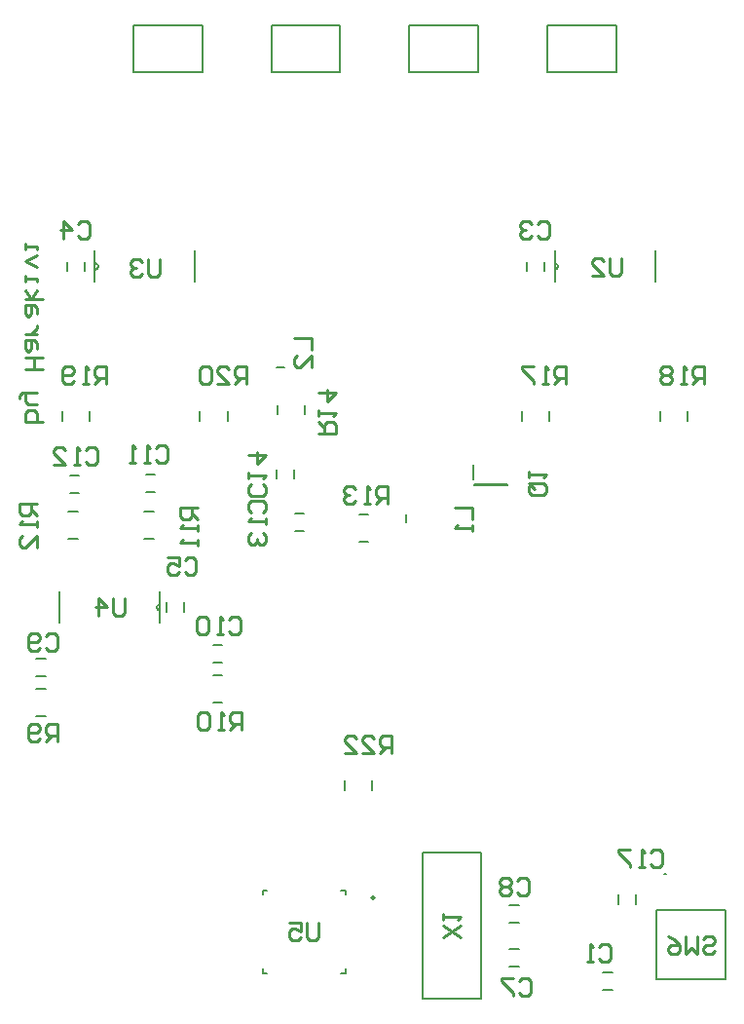
<source format=gbo>
G04*
G04 #@! TF.GenerationSoftware,Altium Limited,Altium Designer,20.1.8 (145)*
G04*
G04 Layer_Color=32896*
%FSLAX25Y25*%
%MOIN*%
G70*
G04*
G04 #@! TF.SameCoordinates,EC9590D4-A93B-4016-A152-F587195DA6AB*
G04*
G04*
G04 #@! TF.FilePolarity,Positive*
G04*
G01*
G75*
%ADD10C,0.00787*%
%ADD11C,0.00787*%
%ADD12C,0.00500*%
%ADD13C,0.01000*%
%ADD59C,0.00600*%
D10*
X226213Y229614D02*
X225622Y230205D01*
X225031Y229614D01*
X225622Y229024D01*
X226213Y229614D01*
X326039Y237717D02*
X325252D01*
X326039D01*
X260252Y370803D02*
Y371197D01*
Y370803D02*
X271748D01*
Y371197D01*
X260252D02*
X271748D01*
X260094Y372575D02*
Y377693D01*
X170925Y296276D02*
X174075D01*
X170925Y305724D02*
X174075D01*
X110425Y305547D02*
X113575D01*
X110425Y311453D02*
X113575D01*
X110425Y301224D02*
X113575D01*
X110425Y291776D02*
X113575D01*
X147425Y361724D02*
X150575D01*
X147425Y352276D02*
X150575D01*
X121425D02*
X124575D01*
X121425Y361724D02*
X124575D01*
X284307Y444055D02*
Y447205D01*
X278401Y444055D02*
Y447205D01*
X126827Y444055D02*
Y447205D01*
X120921Y444055D02*
Y447205D01*
X272425Y226953D02*
X275575D01*
X272425Y221047D02*
X275575D01*
X272425Y211953D02*
X275575D01*
X272425Y206047D02*
X275575D01*
X225224Y266425D02*
Y269575D01*
X215776Y266425D02*
Y269575D01*
X202224Y394925D02*
Y398075D01*
X192776Y394925D02*
Y398075D01*
X192622Y410988D02*
X195378D01*
X192547Y372925D02*
Y376075D01*
X198453Y372925D02*
Y376075D01*
X236988Y358122D02*
Y360878D01*
X166394Y392874D02*
Y396024D01*
X175843Y392874D02*
Y396024D01*
X128598Y392874D02*
Y396024D01*
X119150Y392874D02*
Y396024D01*
X333323Y392874D02*
Y396024D01*
X323874Y392874D02*
Y396024D01*
X286079Y392874D02*
Y396024D01*
X276630Y392874D02*
Y396024D01*
X220925Y360724D02*
X224075D01*
X220925Y351276D02*
X224075D01*
X309547Y227425D02*
Y230575D01*
X315453Y227425D02*
Y230575D01*
X198925Y360953D02*
X202075D01*
X198925Y355047D02*
X202075D01*
X121925Y373953D02*
X125075D01*
X121925Y368047D02*
X125075D01*
X147925Y374453D02*
X151075D01*
X147925Y368547D02*
X151075D01*
X170925Y310047D02*
X174075D01*
X170925Y315953D02*
X174075D01*
X160953Y327425D02*
Y330575D01*
X155047Y327425D02*
Y330575D01*
X304425Y198047D02*
X307575D01*
X304425Y203953D02*
X307575D01*
D11*
X143594Y512153D02*
X167138D01*
Y528153D01*
X143594Y528154D02*
X167138D01*
X143594Y512153D02*
Y528153D01*
X190838Y512153D02*
Y528153D01*
Y528154D02*
X214382D01*
Y512153D02*
Y528153D01*
X190838Y512153D02*
X214382D01*
X238082D02*
X261626D01*
Y528153D01*
X238082Y528154D02*
X261626D01*
X238082Y512153D02*
Y528153D01*
X285326Y512153D02*
Y528153D01*
Y528154D02*
X308870D01*
Y512153D02*
Y528153D01*
X285326Y512153D02*
X308870D01*
D12*
X214638Y232173D02*
X216173D01*
Y230638D02*
Y232173D01*
Y203827D02*
Y205362D01*
X214638Y203827D02*
X216173D01*
X187827D02*
X189362D01*
X187827D02*
Y205362D01*
Y230638D02*
Y232173D01*
X189362D01*
X322689Y225311D02*
X346311D01*
X322689Y201689D02*
Y225311D01*
Y201689D02*
X346311D01*
Y225311D01*
X242500Y245000D02*
X262500D01*
Y195000D02*
Y245000D01*
X242500Y195000D02*
X262500D01*
X242500D02*
Y245000D01*
D13*
X112497Y392500D02*
X106499D01*
Y395499D01*
X107499Y396499D01*
X108499D01*
X109498D01*
X110498Y395499D01*
Y392500D01*
Y398498D02*
X107499D01*
X106499Y399498D01*
Y402497D01*
X105500D01*
X104500Y401497D01*
Y400497D01*
X106499Y402497D02*
X110498D01*
X112497Y410494D02*
X106499D01*
X109498D01*
Y414493D01*
X112497D01*
X106499D01*
X110498Y417492D02*
Y419491D01*
X109498Y420491D01*
X106499D01*
Y417492D01*
X107499Y416492D01*
X108499Y417492D01*
Y420491D01*
X110498Y422490D02*
X106499D01*
X108499D01*
X109498Y423490D01*
X110498Y424490D01*
Y425489D01*
Y429488D02*
Y431487D01*
X109498Y432487D01*
X106499D01*
Y429488D01*
X107499Y428488D01*
X108499Y429488D01*
Y432487D01*
X106499Y434486D02*
X112497D01*
X108499D02*
X110498Y437486D01*
X108499Y434486D02*
X106499Y437486D01*
Y440485D02*
Y442484D01*
Y441484D01*
X110498D01*
Y440485D01*
Y445483D02*
X106499Y447482D01*
X110498Y449482D01*
X106499Y451481D02*
Y453480D01*
Y452481D01*
X110498D01*
Y451481D01*
X280001Y371500D02*
X283999D01*
X284999Y370500D01*
Y368501D01*
X283999Y367501D01*
X280001D01*
X279001Y368501D01*
Y370500D01*
X281000Y369501D02*
X279001Y371500D01*
Y370500D02*
X280001Y371500D01*
X279001Y373499D02*
Y375499D01*
Y374499D01*
X284999D01*
X283999Y373499D01*
X255499Y216001D02*
X249501Y220000D01*
X255499D02*
X249501Y216001D01*
Y221999D02*
Y223999D01*
Y222999D01*
X255499D01*
X254499Y221999D01*
X206998Y220999D02*
Y216001D01*
X205999Y215001D01*
X203999D01*
X203000Y216001D01*
Y220999D01*
X197002D02*
X201000D01*
Y218000D01*
X199001Y219000D01*
X198001D01*
X197002Y218000D01*
Y216001D01*
X198001Y215001D01*
X200001D01*
X201000Y216001D01*
X140498Y331999D02*
Y327001D01*
X139499Y326001D01*
X137499D01*
X136500Y327001D01*
Y331999D01*
X131501Y326001D02*
Y331999D01*
X134500Y329000D01*
X130502D01*
X152494Y447999D02*
Y443001D01*
X151495Y442001D01*
X149495D01*
X148496Y443001D01*
Y447999D01*
X146496Y446999D02*
X145497Y447999D01*
X143497D01*
X142498Y446999D01*
Y446000D01*
X143497Y445000D01*
X144497D01*
X143497D01*
X142498Y444000D01*
Y443001D01*
X143497Y442001D01*
X145497D01*
X146496Y443001D01*
X310698Y448499D02*
Y443501D01*
X309699Y442501D01*
X307699D01*
X306700Y443501D01*
Y448499D01*
X300702Y442501D02*
X304700D01*
X300702Y446500D01*
Y447499D01*
X301701Y448499D01*
X303701D01*
X304700Y447499D01*
X338499Y215499D02*
X339498Y216499D01*
X341498D01*
X342497Y215499D01*
Y214500D01*
X341498Y213500D01*
X339498D01*
X338499Y212500D01*
Y211501D01*
X339498Y210501D01*
X341498D01*
X342497Y211501D01*
X336499Y216499D02*
Y210501D01*
X334500Y212500D01*
X332501Y210501D01*
Y216499D01*
X326503D02*
X328502Y215499D01*
X330501Y213500D01*
Y211501D01*
X329502Y210501D01*
X327502D01*
X326503Y211501D01*
Y212500D01*
X327502Y213500D01*
X330501D01*
X231800Y279100D02*
Y285098D01*
X228801D01*
X227801Y284098D01*
Y282099D01*
X228801Y281099D01*
X231800D01*
X229801D02*
X227801Y279100D01*
X221803D02*
X225802D01*
X221803Y283099D01*
Y284098D01*
X222803Y285098D01*
X224802D01*
X225802Y284098D01*
X215805Y279100D02*
X219804D01*
X215805Y283099D01*
Y284098D01*
X216805Y285098D01*
X218804D01*
X219804Y284098D01*
X182418Y405549D02*
Y411547D01*
X179419D01*
X178419Y410547D01*
Y408548D01*
X179419Y407548D01*
X182418D01*
X180419D02*
X178419Y405549D01*
X172421D02*
X176420D01*
X172421Y409548D01*
Y410547D01*
X173421Y411547D01*
X175420D01*
X176420Y410547D01*
X170422D02*
X169422Y411547D01*
X167423D01*
X166423Y410547D01*
Y406549D01*
X167423Y405549D01*
X169422D01*
X170422Y406549D01*
Y410547D01*
X134200Y405500D02*
Y411498D01*
X131201D01*
X130201Y410498D01*
Y408499D01*
X131201Y407499D01*
X134200D01*
X132201D02*
X130201Y405500D01*
X128202D02*
X126203D01*
X127202D01*
Y411498D01*
X128202Y410498D01*
X123204Y406500D02*
X122204Y405500D01*
X120204D01*
X119205Y406500D01*
Y410498D01*
X120204Y411498D01*
X122204D01*
X123204Y410498D01*
Y409499D01*
X122204Y408499D01*
X119205D01*
X338900Y405500D02*
Y411498D01*
X335901D01*
X334901Y410498D01*
Y408499D01*
X335901Y407499D01*
X338900D01*
X336901D02*
X334901Y405500D01*
X332902D02*
X330903D01*
X331902D01*
Y411498D01*
X332902Y410498D01*
X327904D02*
X326904Y411498D01*
X324904D01*
X323905Y410498D01*
Y409499D01*
X324904Y408499D01*
X323905Y407499D01*
Y406500D01*
X324904Y405500D01*
X326904D01*
X327904Y406500D01*
Y407499D01*
X326904Y408499D01*
X327904Y409499D01*
Y410498D01*
X326904Y408499D02*
X324904D01*
X291600Y405500D02*
Y411498D01*
X288601D01*
X287601Y410498D01*
Y408499D01*
X288601Y407499D01*
X291600D01*
X289601D02*
X287601Y405500D01*
X285602D02*
X283603D01*
X284602D01*
Y411498D01*
X285602Y410498D01*
X280604Y411498D02*
X276605D01*
Y410498D01*
X280604Y406500D01*
Y405500D01*
X207001Y388502D02*
X212999D01*
Y391501D01*
X211999Y392501D01*
X210000D01*
X209000Y391501D01*
Y388502D01*
Y390502D02*
X207001Y392501D01*
Y394500D02*
Y396500D01*
Y395500D01*
X212999D01*
X211999Y394500D01*
X207001Y402498D02*
X212999D01*
X210000Y399499D01*
Y403498D01*
X230498Y364501D02*
Y370499D01*
X227499D01*
X226499Y369499D01*
Y367500D01*
X227499Y366500D01*
X230498D01*
X228498D02*
X226499Y364501D01*
X224500D02*
X222500D01*
X223500D01*
Y370499D01*
X224500Y369499D01*
X219501D02*
X218501Y370499D01*
X216502D01*
X215502Y369499D01*
Y368500D01*
X216502Y367500D01*
X217502D01*
X216502D01*
X215502Y366500D01*
Y365501D01*
X216502Y364501D01*
X218501D01*
X219501Y365501D01*
X110499Y364498D02*
X104501D01*
Y361498D01*
X105501Y360499D01*
X107500D01*
X108500Y361498D01*
Y364498D01*
Y362498D02*
X110499Y360499D01*
Y358500D02*
Y356500D01*
Y357500D01*
X104501D01*
X105501Y358500D01*
X110499Y349502D02*
Y353501D01*
X106500Y349502D01*
X105501D01*
X104501Y350502D01*
Y352502D01*
X105501Y353501D01*
X165499Y362998D02*
X159501D01*
Y359999D01*
X160501Y358999D01*
X162500D01*
X163500Y359999D01*
Y362998D01*
Y360999D02*
X165499Y358999D01*
Y357000D02*
Y355000D01*
Y356000D01*
X159501D01*
X160501Y357000D01*
X165499Y352002D02*
Y350002D01*
Y351002D01*
X159501D01*
X160501Y352002D01*
X180498Y287001D02*
Y292999D01*
X177498D01*
X176499Y291999D01*
Y290000D01*
X177498Y289000D01*
X180498D01*
X178498D02*
X176499Y287001D01*
X174499D02*
X172500D01*
X173500D01*
Y292999D01*
X174499Y291999D01*
X169501D02*
X168501Y292999D01*
X166502D01*
X165502Y291999D01*
Y288001D01*
X166502Y287001D01*
X168501D01*
X169501Y288001D01*
Y291999D01*
X117498Y283001D02*
Y288999D01*
X114499D01*
X113500Y287999D01*
Y286000D01*
X114499Y285000D01*
X117498D01*
X115499D02*
X113500Y283001D01*
X111500Y284001D02*
X110501Y283001D01*
X108501D01*
X107502Y284001D01*
Y287999D01*
X108501Y288999D01*
X110501D01*
X111500Y287999D01*
Y287000D01*
X110501Y286000D01*
X107502D01*
X198501Y420998D02*
X204499D01*
Y417000D01*
Y411002D02*
Y415000D01*
X200500Y411002D01*
X199501D01*
X198501Y412001D01*
Y414001D01*
X199501Y415000D01*
X253501Y362999D02*
X259499D01*
Y359000D01*
Y357001D02*
Y355001D01*
Y356001D01*
X253501D01*
X254501Y357001D01*
X320601Y245098D02*
X321601Y246098D01*
X323600D01*
X324600Y245098D01*
Y241100D01*
X323600Y240100D01*
X321601D01*
X320601Y241100D01*
X318602Y240100D02*
X316603D01*
X317602D01*
Y246098D01*
X318602Y245098D01*
X313604Y246098D02*
X309605D01*
Y245098D01*
X313604Y241100D01*
Y240100D01*
X187999Y371001D02*
X188999Y370002D01*
Y368002D01*
X187999Y367002D01*
X184001D01*
X183001Y368002D01*
Y370002D01*
X184001Y371001D01*
X183001Y373001D02*
Y375000D01*
Y374000D01*
X188999D01*
X187999Y373001D01*
X183001Y380998D02*
X188999D01*
X186000Y377999D01*
Y381998D01*
X184001Y361499D02*
X183001Y362498D01*
Y364498D01*
X184001Y365498D01*
X187999D01*
X188999Y364498D01*
Y362498D01*
X187999Y361499D01*
X188999Y359500D02*
Y357500D01*
Y358500D01*
X183001D01*
X184001Y359500D01*
Y354501D02*
X183001Y353502D01*
Y351502D01*
X184001Y350502D01*
X185000D01*
X186000Y351502D01*
Y352502D01*
Y351502D01*
X187000Y350502D01*
X187999D01*
X188999Y351502D01*
Y353502D01*
X187999Y354501D01*
X127401Y382898D02*
X128401Y383898D01*
X130400D01*
X131400Y382898D01*
Y378900D01*
X130400Y377900D01*
X128401D01*
X127401Y378900D01*
X125402Y377900D02*
X123403D01*
X124402D01*
Y383898D01*
X125402Y382898D01*
X116405Y377900D02*
X120404D01*
X116405Y381899D01*
Y382898D01*
X117404Y383898D01*
X119404D01*
X120404Y382898D01*
X151401Y383398D02*
X152401Y384398D01*
X154400D01*
X155400Y383398D01*
Y379400D01*
X154400Y378400D01*
X152401D01*
X151401Y379400D01*
X149402Y378400D02*
X147403D01*
X148402D01*
Y384398D01*
X149402Y383398D01*
X144404Y378400D02*
X142404D01*
X143404D01*
Y384398D01*
X144404Y383398D01*
X176401Y324898D02*
X177401Y325898D01*
X179400D01*
X180400Y324898D01*
Y320900D01*
X179400Y319900D01*
X177401D01*
X176401Y320900D01*
X174402Y319900D02*
X172403D01*
X173402D01*
Y325898D01*
X174402Y324898D01*
X169404D02*
X168404Y325898D01*
X166404D01*
X165405Y324898D01*
Y320900D01*
X166404Y319900D01*
X168404D01*
X169404Y320900D01*
Y324898D01*
X113500Y318999D02*
X114499Y319999D01*
X116499D01*
X117498Y318999D01*
Y315001D01*
X116499Y314001D01*
X114499D01*
X113500Y315001D01*
X111500D02*
X110501Y314001D01*
X108501D01*
X107502Y315001D01*
Y318999D01*
X108501Y319999D01*
X110501D01*
X111500Y318999D01*
Y318000D01*
X110501Y317000D01*
X107502D01*
X275000Y235499D02*
X275999Y236499D01*
X277999D01*
X278998Y235499D01*
Y231501D01*
X277999Y230501D01*
X275999D01*
X275000Y231501D01*
X273000Y235499D02*
X272001Y236499D01*
X270001D01*
X269002Y235499D01*
Y234500D01*
X270001Y233500D01*
X269002Y232500D01*
Y231501D01*
X270001Y230501D01*
X272001D01*
X273000Y231501D01*
Y232500D01*
X272001Y233500D01*
X273000Y234500D01*
Y235499D01*
X272001Y233500D02*
X270001D01*
X275500Y200999D02*
X276499Y201999D01*
X278499D01*
X279498Y200999D01*
Y197001D01*
X278499Y196001D01*
X276499D01*
X275500Y197001D01*
X273500Y201999D02*
X269502D01*
Y200999D01*
X273500Y197001D01*
Y196001D01*
X161101Y345098D02*
X162101Y346098D01*
X164100D01*
X165100Y345098D01*
Y341100D01*
X164100Y340100D01*
X162101D01*
X161101Y341100D01*
X155103Y346098D02*
X159102D01*
Y343099D01*
X157103Y344099D01*
X156103D01*
X155103Y343099D01*
Y341100D01*
X156103Y340100D01*
X158102D01*
X159102Y341100D01*
X124500Y459999D02*
X125499Y460999D01*
X127499D01*
X128498Y459999D01*
Y456001D01*
X127499Y455001D01*
X125499D01*
X124500Y456001D01*
X119501Y455001D02*
Y460999D01*
X122500Y458000D01*
X118502D01*
X282000Y459999D02*
X282999Y460999D01*
X284999D01*
X285998Y459999D01*
Y456001D01*
X284999Y455001D01*
X282999D01*
X282000Y456001D01*
X280000Y459999D02*
X279001Y460999D01*
X277001D01*
X276002Y459999D01*
Y459000D01*
X277001Y458000D01*
X278001D01*
X277001D01*
X276002Y457000D01*
Y456001D01*
X277001Y455001D01*
X279001D01*
X280000Y456001D01*
X302901Y212898D02*
X303901Y213898D01*
X305900D01*
X306900Y212898D01*
Y208900D01*
X305900Y207900D01*
X303901D01*
X302901Y208900D01*
X300902Y207900D02*
X298903D01*
X299902D01*
Y213898D01*
X300902Y212898D01*
D59*
X152700Y330200D02*
X151851Y329849D01*
X151500Y329000D01*
X151851Y328151D01*
X152700Y327800D01*
X130296Y444430D02*
X131145Y444781D01*
X131496Y445630D01*
X131145Y446478D01*
X130296Y446830D01*
X287776Y444430D02*
X288625Y444781D01*
X288976Y445630D01*
X288625Y446478D01*
X287776Y446830D01*
X152700Y323700D02*
Y327800D01*
Y330200D01*
Y334300D01*
X118300Y323700D02*
Y334300D01*
X130296Y446830D02*
Y450930D01*
Y444430D02*
Y446830D01*
Y440330D02*
Y444430D01*
X164696Y440330D02*
Y450930D01*
X322176Y440330D02*
Y450930D01*
X287776Y440330D02*
Y444430D01*
Y446830D01*
Y450930D01*
M02*

</source>
